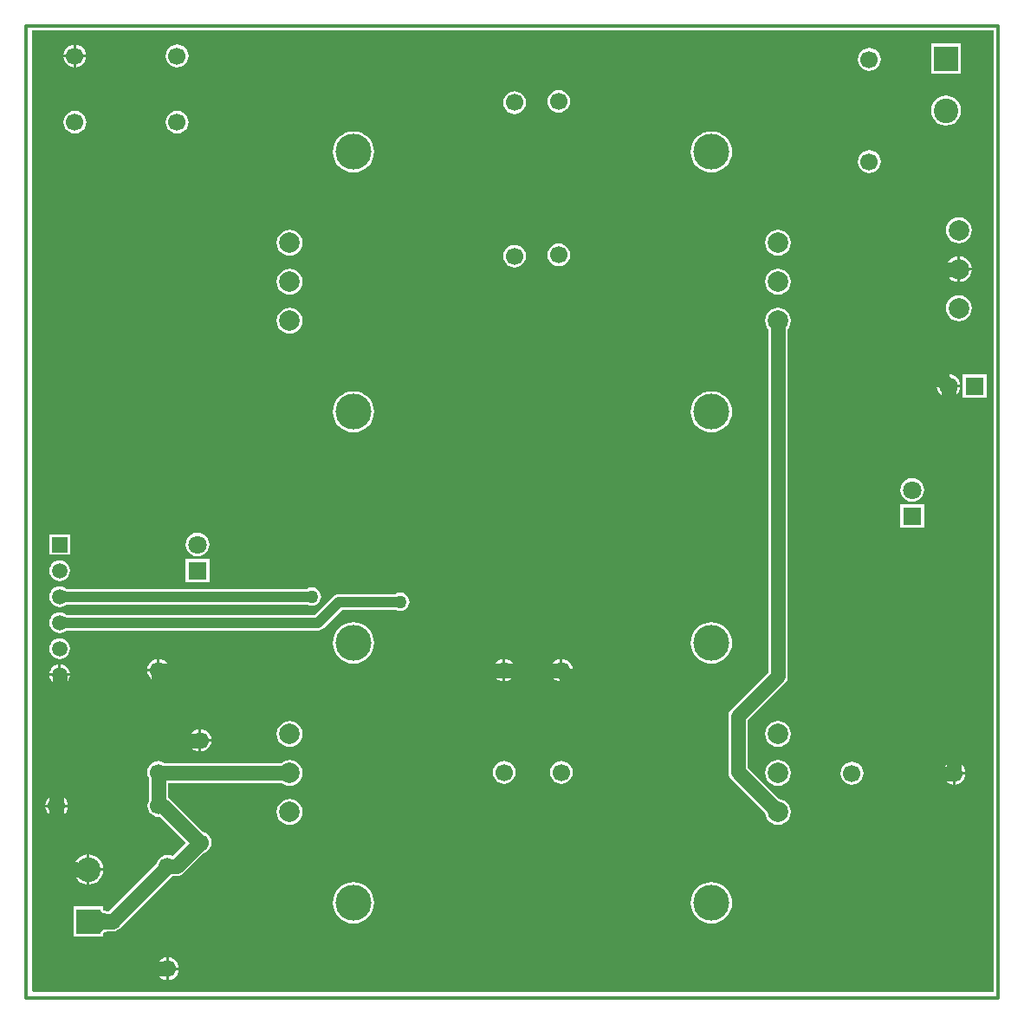
<source format=gtl>
G04 Layer_Physical_Order=1*
G04 Layer_Color=6759642*
%FSLAX44Y44*%
%MOMM*%
G71*
G01*
G75*
%ADD10C,1.4000*%
%ADD11C,1.0000*%
%ADD12C,0.3000*%
%ADD13C,2.0000*%
%ADD14C,3.5000*%
%ADD15C,1.7000*%
%ADD16C,1.8000*%
%ADD17R,1.8000X1.8000*%
%ADD18R,2.4000X2.4000*%
%ADD19C,2.4000*%
%ADD20R,1.8000X1.8000*%
%ADD21R,1.5000X1.5000*%
%ADD22C,1.5000*%
%ADD23C,1.2700*%
G36*
X946150Y6350D02*
X7620D01*
X6350Y7620D01*
Y946150D01*
X946150D01*
Y6350D01*
D02*
G37*
%LPC*%
G36*
X31750Y314960D02*
X23061D01*
X23238Y313609D01*
X24250Y311167D01*
X25859Y309069D01*
X27957Y307460D01*
X30399Y306448D01*
X31750Y306271D01*
Y314960D01*
D02*
G37*
G36*
X171450Y262898D02*
Y253200D01*
X181148D01*
X180936Y254812D01*
X179823Y257498D01*
X178054Y259804D01*
X175748Y261573D01*
X173062Y262686D01*
X171450Y262898D01*
D02*
G37*
G36*
X42979Y314960D02*
X34290D01*
Y306271D01*
X35641Y306448D01*
X38083Y307460D01*
X40181Y309069D01*
X41790Y311167D01*
X42802Y313609D01*
X42979Y314960D01*
D02*
G37*
G36*
X466090Y319240D02*
X456392D01*
X456604Y317628D01*
X457717Y314942D01*
X459486Y312636D01*
X461792Y310867D01*
X464478Y309754D01*
X466090Y309542D01*
Y319240D01*
D02*
G37*
G36*
X128270D02*
X118572D01*
X118784Y317628D01*
X119897Y314942D01*
X121666Y312636D01*
X123972Y310867D01*
X126658Y309754D01*
X128270Y309542D01*
Y319240D01*
D02*
G37*
G36*
X168910Y262898D02*
X167298Y262686D01*
X164612Y261573D01*
X162306Y259804D01*
X160537Y257498D01*
X159424Y254812D01*
X159212Y253200D01*
X168910D01*
Y262898D01*
D02*
G37*
G36*
Y250660D02*
X159212D01*
X159424Y249048D01*
X160537Y246362D01*
X162306Y244056D01*
X164612Y242287D01*
X167298Y241174D01*
X168910Y240962D01*
Y250660D01*
D02*
G37*
G36*
X257810Y232648D02*
X254536Y232217D01*
X251486Y230954D01*
X249751Y229622D01*
X135800D01*
X135108Y230153D01*
X132422Y231266D01*
X129540Y231645D01*
X126658Y231266D01*
X123972Y230153D01*
X121666Y228384D01*
X119897Y226078D01*
X118784Y223392D01*
X118405Y220510D01*
X118784Y217628D01*
X119897Y214942D01*
X119918Y214915D01*
Y192444D01*
X119254Y190842D01*
X118875Y187960D01*
X119254Y185078D01*
X120367Y182392D01*
X122136Y180086D01*
X124442Y178317D01*
X127128Y177204D01*
X130010Y176825D01*
X131483Y177019D01*
X156572Y151930D01*
X143310Y138668D01*
X141312Y139496D01*
X138430Y139875D01*
X135548Y139496D01*
X132862Y138383D01*
X130556Y136614D01*
X128787Y134308D01*
X127674Y131622D01*
X127670Y131588D01*
X80770Y84688D01*
X80663Y84695D01*
X79087Y84906D01*
X77796Y85184D01*
X76806Y85508D01*
X76127Y85840D01*
X75746Y86123D01*
X75591Y86310D01*
X75535Y86435D01*
X75500Y86705D01*
Y89470D01*
X46420D01*
Y60390D01*
X75500D01*
Y63155D01*
X75535Y63425D01*
X75591Y63550D01*
X75746Y63737D01*
X76127Y64020D01*
X76806Y64352D01*
X77796Y64676D01*
X79045Y64946D01*
X82550Y65296D01*
X83101Y65308D01*
X84620D01*
X87110Y65636D01*
X87790Y65917D01*
X89431Y66597D01*
X91424Y68126D01*
X141278Y117980D01*
X141312Y117984D01*
X143998Y119097D01*
X144025Y119118D01*
X146990D01*
X149480Y119446D01*
X150160Y119727D01*
X151801Y120407D01*
X153794Y121936D01*
X173028Y141170D01*
X173062Y141174D01*
X175748Y142287D01*
X178054Y144056D01*
X179823Y146362D01*
X180936Y149048D01*
X181315Y151930D01*
X180936Y154812D01*
X179823Y157498D01*
X178054Y159804D01*
X175748Y161573D01*
X173062Y162686D01*
X173028Y162690D01*
X140954Y194764D01*
X139162Y196139D01*
Y210378D01*
X249751D01*
X251486Y209046D01*
X254536Y207783D01*
X257810Y207352D01*
X261084Y207783D01*
X264134Y209046D01*
X266754Y211056D01*
X268764Y213676D01*
X270027Y216726D01*
X270458Y220000D01*
X270027Y223274D01*
X268764Y226324D01*
X266754Y228944D01*
X264134Y230954D01*
X261084Y232217D01*
X257810Y232648D01*
D02*
G37*
G36*
X181148Y250660D02*
X171450D01*
Y240962D01*
X173062Y241174D01*
X175748Y242287D01*
X178054Y244056D01*
X179823Y246362D01*
X180936Y249048D01*
X181148Y250660D01*
D02*
G37*
G36*
X735000Y270748D02*
X731726Y270317D01*
X728676Y269054D01*
X726056Y267044D01*
X724046Y264424D01*
X722783Y261374D01*
X722352Y258100D01*
X722783Y254826D01*
X724046Y251776D01*
X726056Y249156D01*
X728676Y247146D01*
X731726Y245883D01*
X735000Y245452D01*
X738274Y245883D01*
X741324Y247146D01*
X743944Y249156D01*
X745954Y251776D01*
X747217Y254826D01*
X747648Y258100D01*
X747217Y261374D01*
X745954Y264424D01*
X743944Y267044D01*
X741324Y269054D01*
X738274Y270317D01*
X735000Y270748D01*
D02*
G37*
G36*
X257810D02*
X254536Y270317D01*
X251486Y269054D01*
X248866Y267044D01*
X246856Y264424D01*
X245593Y261374D01*
X245162Y258100D01*
X245593Y254826D01*
X246856Y251776D01*
X248866Y249156D01*
X251486Y247146D01*
X254536Y245883D01*
X257810Y245452D01*
X261084Y245883D01*
X264134Y247146D01*
X266754Y249156D01*
X268764Y251776D01*
X270027Y254826D01*
X270458Y258100D01*
X270027Y261374D01*
X268764Y264424D01*
X266754Y267044D01*
X264134Y269054D01*
X261084Y270317D01*
X257810Y270748D01*
D02*
G37*
G36*
X521970Y319240D02*
X512272D01*
X512484Y317628D01*
X513597Y314942D01*
X515366Y312636D01*
X517672Y310867D01*
X520358Y309754D01*
X521970Y309542D01*
Y319240D01*
D02*
G37*
G36*
X128270Y331478D02*
X126658Y331266D01*
X123972Y330153D01*
X121666Y328384D01*
X119897Y326078D01*
X118784Y323392D01*
X118572Y321780D01*
X128270D01*
Y331478D01*
D02*
G37*
G36*
X521970D02*
X520358Y331266D01*
X517672Y330153D01*
X515366Y328384D01*
X513597Y326078D01*
X512484Y323392D01*
X512272Y321780D01*
X521970D01*
Y331478D01*
D02*
G37*
G36*
X468630D02*
Y321780D01*
X478328D01*
X478116Y323392D01*
X477003Y326078D01*
X475234Y328384D01*
X472928Y330153D01*
X470242Y331266D01*
X468630Y331478D01*
D02*
G37*
G36*
X130810D02*
Y321780D01*
X140508D01*
X140296Y323392D01*
X139183Y326078D01*
X137414Y328384D01*
X135108Y330153D01*
X132422Y331266D01*
X130810Y331478D01*
D02*
G37*
G36*
X524510D02*
Y321780D01*
X534208D01*
X533996Y323392D01*
X532883Y326078D01*
X531114Y328384D01*
X528808Y330153D01*
X526122Y331266D01*
X524510Y331478D01*
D02*
G37*
G36*
X466090D02*
X464478Y331266D01*
X461792Y330153D01*
X459486Y328384D01*
X457717Y326078D01*
X456604Y323392D01*
X456392Y321780D01*
X466090D01*
Y331478D01*
D02*
G37*
G36*
X478328Y319240D02*
X468630D01*
Y309542D01*
X470242Y309754D01*
X472928Y310867D01*
X475234Y312636D01*
X477003Y314942D01*
X478116Y317628D01*
X478328Y319240D01*
D02*
G37*
G36*
X140508D02*
X130810D01*
Y309542D01*
X132422Y309754D01*
X135108Y310867D01*
X137414Y312636D01*
X139183Y314942D01*
X140296Y317628D01*
X140508Y319240D01*
D02*
G37*
G36*
X534208D02*
X524510D01*
Y309542D01*
X526122Y309754D01*
X528808Y310867D01*
X531114Y312636D01*
X532883Y314942D01*
X533996Y317628D01*
X534208Y319240D01*
D02*
G37*
G36*
X34290Y326189D02*
Y317500D01*
X42979D01*
X42802Y318851D01*
X41790Y321293D01*
X40181Y323391D01*
X38083Y325000D01*
X35641Y326012D01*
X34290Y326189D01*
D02*
G37*
G36*
X31750D02*
X30399Y326012D01*
X27957Y325000D01*
X25859Y323391D01*
X24250Y321293D01*
X23238Y318851D01*
X23061Y317500D01*
X31750D01*
Y326189D01*
D02*
G37*
G36*
X908520Y230678D02*
Y220980D01*
X918218D01*
X918006Y222592D01*
X916893Y225278D01*
X915124Y227584D01*
X912818Y229353D01*
X910132Y230466D01*
X908520Y230678D01*
D02*
G37*
G36*
X75458Y124460D02*
X62230D01*
Y111232D01*
X64756Y111564D01*
X68293Y113029D01*
X71330Y115360D01*
X73661Y118397D01*
X75126Y121934D01*
X75458Y124460D01*
D02*
G37*
G36*
X59690D02*
X51010D01*
Y118730D01*
X48350Y118590D01*
X48191Y118562D01*
X48259Y118397D01*
X50590Y115360D01*
X53627Y113029D01*
X57164Y111564D01*
X59690Y111232D01*
Y124460D01*
D02*
G37*
G36*
Y140228D02*
X57164Y139896D01*
X53627Y138431D01*
X50590Y136100D01*
X48259Y133063D01*
X48191Y132898D01*
X48350Y132870D01*
X51010Y132730D01*
Y127000D01*
X59690D01*
Y140228D01*
D02*
G37*
G36*
X257810Y194548D02*
X254536Y194117D01*
X251486Y192854D01*
X248866Y190844D01*
X246856Y188224D01*
X245593Y185174D01*
X245162Y181900D01*
X245593Y178626D01*
X246856Y175576D01*
X248866Y172956D01*
X251486Y170946D01*
X254536Y169683D01*
X257810Y169252D01*
X261084Y169683D01*
X264134Y170946D01*
X266754Y172956D01*
X268764Y175576D01*
X270027Y178626D01*
X270458Y181900D01*
X270027Y185174D01*
X268764Y188224D01*
X266754Y190844D01*
X264134Y192854D01*
X261084Y194117D01*
X257810Y194548D01*
D02*
G37*
G36*
X62230Y140228D02*
Y127000D01*
X75458D01*
X75126Y129526D01*
X73661Y133063D01*
X71330Y136100D01*
X68293Y138431D01*
X64756Y139896D01*
X62230Y140228D01*
D02*
G37*
G36*
X670000Y113137D02*
X666071Y112750D01*
X662294Y111604D01*
X658812Y109743D01*
X655761Y107239D01*
X653257Y104187D01*
X651396Y100706D01*
X650250Y96929D01*
X649863Y93000D01*
X650250Y89072D01*
X651396Y85294D01*
X653257Y81812D01*
X655761Y78761D01*
X658812Y76257D01*
X662294Y74396D01*
X666071Y73250D01*
X670000Y72863D01*
X673929Y73250D01*
X677706Y74396D01*
X681188Y76257D01*
X684239Y78761D01*
X686743Y81812D01*
X688604Y85294D01*
X689750Y89072D01*
X690137Y93000D01*
X689750Y96929D01*
X688604Y100706D01*
X686743Y104187D01*
X684239Y107239D01*
X681188Y109743D01*
X677706Y111604D01*
X673929Y112750D01*
X670000Y113137D01*
D02*
G37*
G36*
X149398Y27470D02*
X139700D01*
Y17772D01*
X141312Y17984D01*
X143998Y19097D01*
X146304Y20866D01*
X148073Y23172D01*
X149186Y25858D01*
X149398Y27470D01*
D02*
G37*
G36*
X137160D02*
X127462D01*
X127674Y25858D01*
X128787Y23172D01*
X130556Y20866D01*
X132862Y19097D01*
X135548Y17984D01*
X137160Y17772D01*
Y27470D01*
D02*
G37*
G36*
Y39708D02*
X135548Y39496D01*
X132862Y38383D01*
X130556Y36614D01*
X128787Y34308D01*
X127674Y31622D01*
X127462Y30010D01*
X137160D01*
Y39708D01*
D02*
G37*
G36*
X320000Y113137D02*
X316071Y112750D01*
X312294Y111604D01*
X308813Y109743D01*
X305761Y107239D01*
X303257Y104187D01*
X301396Y100706D01*
X300250Y96929D01*
X299863Y93000D01*
X300250Y89072D01*
X301396Y85294D01*
X303257Y81812D01*
X305761Y78761D01*
X308813Y76257D01*
X312294Y74396D01*
X316071Y73250D01*
X320000Y72863D01*
X323928Y73250D01*
X327706Y74396D01*
X331188Y76257D01*
X334239Y78761D01*
X336743Y81812D01*
X338604Y85294D01*
X339750Y89072D01*
X340137Y93000D01*
X339750Y96929D01*
X338604Y100706D01*
X336743Y104187D01*
X334239Y107239D01*
X331188Y109743D01*
X327706Y111604D01*
X323928Y112750D01*
X320000Y113137D01*
D02*
G37*
G36*
X139700Y39708D02*
Y30010D01*
X149398D01*
X149186Y31622D01*
X148073Y34308D01*
X146304Y36614D01*
X143998Y38383D01*
X141312Y39496D01*
X139700Y39708D01*
D02*
G37*
G36*
X735000Y674548D02*
X731726Y674117D01*
X728676Y672854D01*
X726056Y670844D01*
X724046Y668224D01*
X722783Y665174D01*
X722352Y661900D01*
X722783Y658626D01*
X724046Y655576D01*
X725378Y653841D01*
Y318616D01*
X689156Y282394D01*
X687627Y280401D01*
X686883Y278606D01*
X686666Y278080D01*
X686338Y275590D01*
Y220940D01*
X686666Y218450D01*
X686947Y217770D01*
X687627Y216129D01*
X689156Y214136D01*
X722497Y180795D01*
X722783Y178626D01*
X724046Y175576D01*
X726056Y172956D01*
X728676Y170946D01*
X731726Y169683D01*
X735000Y169252D01*
X738274Y169683D01*
X741324Y170946D01*
X743944Y172956D01*
X745954Y175576D01*
X747217Y178626D01*
X747648Y181900D01*
X747217Y185174D01*
X745954Y188224D01*
X743944Y190844D01*
X741324Y192854D01*
X738274Y194117D01*
X736105Y194403D01*
X705582Y224926D01*
Y271604D01*
X741804Y307826D01*
X743333Y309819D01*
X743896Y311178D01*
X744294Y312140D01*
X744622Y314630D01*
Y653841D01*
X745954Y655576D01*
X747217Y658626D01*
X747648Y661900D01*
X747217Y665174D01*
X745954Y668224D01*
X743944Y670844D01*
X741324Y672854D01*
X738274Y674117D01*
X735000Y674548D01*
D02*
G37*
G36*
X918218Y218440D02*
X908520D01*
Y208742D01*
X910132Y208954D01*
X912818Y210067D01*
X915124Y211836D01*
X916893Y214142D01*
X918006Y216828D01*
X918218Y218440D01*
D02*
G37*
G36*
X905980D02*
X896282D01*
X896494Y216828D01*
X897607Y214142D01*
X899376Y211836D01*
X901682Y210067D01*
X904368Y208954D01*
X905980Y208742D01*
Y218440D01*
D02*
G37*
G36*
X467360Y231645D02*
X464478Y231266D01*
X461792Y230153D01*
X459486Y228384D01*
X457717Y226078D01*
X456604Y223392D01*
X456225Y220510D01*
X456604Y217628D01*
X457717Y214942D01*
X459486Y212636D01*
X461792Y210867D01*
X464478Y209754D01*
X467360Y209375D01*
X470242Y209754D01*
X472928Y210867D01*
X475234Y212636D01*
X477003Y214942D01*
X478116Y217628D01*
X478495Y220510D01*
X478116Y223392D01*
X477003Y226078D01*
X475234Y228384D01*
X472928Y230153D01*
X470242Y231266D01*
X467360Y231645D01*
D02*
G37*
G36*
X905980Y230678D02*
X904368Y230466D01*
X901682Y229353D01*
X899376Y227584D01*
X897607Y225278D01*
X896494Y222592D01*
X896282Y220980D01*
X905980D01*
Y230678D01*
D02*
G37*
G36*
X523240Y231645D02*
X520358Y231266D01*
X517672Y230153D01*
X515366Y228384D01*
X513597Y226078D01*
X512484Y223392D01*
X512105Y220510D01*
X512484Y217628D01*
X513597Y214942D01*
X515366Y212636D01*
X517672Y210867D01*
X520358Y209754D01*
X523240Y209375D01*
X526122Y209754D01*
X528808Y210867D01*
X531114Y212636D01*
X532883Y214942D01*
X533996Y217628D01*
X534375Y220510D01*
X533996Y223392D01*
X532883Y226078D01*
X531114Y228384D01*
X528808Y230153D01*
X526122Y231266D01*
X523240Y231645D01*
D02*
G37*
G36*
X807250Y230845D02*
X804368Y230466D01*
X801682Y229353D01*
X799376Y227584D01*
X797607Y225278D01*
X796494Y222592D01*
X796115Y219710D01*
X796494Y216828D01*
X797607Y214142D01*
X799376Y211836D01*
X801682Y210067D01*
X804368Y208954D01*
X807250Y208575D01*
X810132Y208954D01*
X812818Y210067D01*
X815124Y211836D01*
X816893Y214142D01*
X818006Y216828D01*
X818385Y219710D01*
X818006Y222592D01*
X816893Y225278D01*
X815124Y227584D01*
X812818Y229353D01*
X810132Y230466D01*
X807250Y230845D01*
D02*
G37*
G36*
X40978Y186690D02*
X31280D01*
Y176992D01*
X32892Y177204D01*
X35578Y178317D01*
X37884Y180086D01*
X39653Y182392D01*
X40766Y185078D01*
X40978Y186690D01*
D02*
G37*
G36*
X28740D02*
X19042D01*
X19254Y185078D01*
X20367Y182392D01*
X22136Y180086D01*
X24442Y178317D01*
X27128Y177204D01*
X28740Y176992D01*
Y186690D01*
D02*
G37*
G36*
Y198928D02*
X27128Y198716D01*
X24442Y197603D01*
X22136Y195834D01*
X20367Y193528D01*
X19254Y190842D01*
X19042Y189230D01*
X28740D01*
Y198928D01*
D02*
G37*
G36*
X735000Y232648D02*
X731726Y232217D01*
X728676Y230954D01*
X726056Y228944D01*
X724046Y226324D01*
X722783Y223274D01*
X722352Y220000D01*
X722783Y216726D01*
X724046Y213676D01*
X726056Y211056D01*
X728676Y209046D01*
X731726Y207783D01*
X735000Y207352D01*
X738274Y207783D01*
X741324Y209046D01*
X743944Y211056D01*
X745954Y213676D01*
X747217Y216726D01*
X747648Y220000D01*
X747217Y223274D01*
X745954Y226324D01*
X743944Y228944D01*
X741324Y230954D01*
X738274Y232217D01*
X735000Y232648D01*
D02*
G37*
G36*
X31280Y198928D02*
Y189230D01*
X40978D01*
X40766Y190842D01*
X39653Y193528D01*
X37884Y195834D01*
X35578Y197603D01*
X32892Y198716D01*
X31280Y198928D01*
D02*
G37*
G36*
X320000Y367137D02*
X316071Y366750D01*
X312294Y365604D01*
X308813Y363743D01*
X305761Y361239D01*
X303257Y358187D01*
X301396Y354706D01*
X300250Y350928D01*
X299863Y347000D01*
X300250Y343072D01*
X301396Y339294D01*
X303257Y335812D01*
X305761Y332761D01*
X308813Y330257D01*
X312294Y328396D01*
X316071Y327250D01*
X320000Y326863D01*
X323928Y327250D01*
X327706Y328396D01*
X331188Y330257D01*
X334239Y332761D01*
X336743Y335812D01*
X338604Y339294D01*
X339750Y343072D01*
X340137Y347000D01*
X339750Y350928D01*
X338604Y354706D01*
X336743Y358187D01*
X334239Y361239D01*
X331188Y363743D01*
X327706Y365604D01*
X323928Y366750D01*
X320000Y367137D01*
D02*
G37*
G36*
X520700Y737505D02*
X517818Y737126D01*
X515132Y736013D01*
X512826Y734244D01*
X511057Y731938D01*
X509944Y729252D01*
X509565Y726370D01*
X509944Y723488D01*
X511057Y720802D01*
X512826Y718496D01*
X515132Y716727D01*
X517818Y715614D01*
X520700Y715235D01*
X523582Y715614D01*
X526268Y716727D01*
X528574Y718496D01*
X530343Y720802D01*
X531456Y723488D01*
X531835Y726370D01*
X531456Y729252D01*
X530343Y731938D01*
X528574Y734244D01*
X526268Y736013D01*
X523582Y737126D01*
X520700Y737505D01*
D02*
G37*
G36*
X477520Y736235D02*
X474638Y735856D01*
X471952Y734743D01*
X469646Y732974D01*
X467877Y730668D01*
X466764Y727982D01*
X466385Y725100D01*
X466764Y722218D01*
X467877Y719532D01*
X469646Y717226D01*
X471952Y715457D01*
X474638Y714344D01*
X477520Y713965D01*
X480402Y714344D01*
X483088Y715457D01*
X485394Y717226D01*
X487163Y719532D01*
X488276Y722218D01*
X488655Y725100D01*
X488276Y727982D01*
X487163Y730668D01*
X485394Y732974D01*
X483088Y734743D01*
X480402Y735856D01*
X477520Y736235D01*
D02*
G37*
G36*
X257810Y750748D02*
X254536Y750317D01*
X251486Y749054D01*
X248866Y747044D01*
X246856Y744424D01*
X245593Y741374D01*
X245162Y738100D01*
X245593Y734826D01*
X246856Y731776D01*
X248866Y729156D01*
X251486Y727146D01*
X254536Y725883D01*
X257810Y725452D01*
X261084Y725883D01*
X264134Y727146D01*
X266754Y729156D01*
X268764Y731776D01*
X270027Y734826D01*
X270458Y738100D01*
X270027Y741374D01*
X268764Y744424D01*
X266754Y747044D01*
X264134Y749054D01*
X261084Y750317D01*
X257810Y750748D01*
D02*
G37*
G36*
X911860Y763218D02*
X908586Y762787D01*
X905536Y761524D01*
X902916Y759514D01*
X900906Y756894D01*
X899643Y753844D01*
X899212Y750570D01*
X899643Y747296D01*
X900906Y744246D01*
X902916Y741626D01*
X905536Y739616D01*
X908586Y738353D01*
X911860Y737922D01*
X915134Y738353D01*
X918184Y739616D01*
X920804Y741626D01*
X922814Y744246D01*
X924077Y747296D01*
X924508Y750570D01*
X924077Y753844D01*
X922814Y756894D01*
X920804Y759514D01*
X918184Y761524D01*
X915134Y762787D01*
X911860Y763218D01*
D02*
G37*
G36*
X735000Y750748D02*
X731726Y750317D01*
X728676Y749054D01*
X726056Y747044D01*
X724046Y744424D01*
X722783Y741374D01*
X722352Y738100D01*
X722783Y734826D01*
X724046Y731776D01*
X726056Y729156D01*
X728676Y727146D01*
X731726Y725883D01*
X735000Y725452D01*
X738274Y725883D01*
X741324Y727146D01*
X743944Y729156D01*
X745954Y731776D01*
X747217Y734826D01*
X747648Y738100D01*
X747217Y741374D01*
X745954Y744424D01*
X743944Y747044D01*
X741324Y749054D01*
X738274Y750317D01*
X735000Y750748D01*
D02*
G37*
G36*
X913130Y724951D02*
Y713740D01*
X924341D01*
X924077Y715744D01*
X922814Y718794D01*
X920804Y721414D01*
X918184Y723424D01*
X915134Y724687D01*
X913130Y724951D01*
D02*
G37*
G36*
X910590Y711200D02*
X899379D01*
X899643Y709196D01*
X900906Y706146D01*
X902916Y703526D01*
X905536Y701516D01*
X908586Y700253D01*
X910590Y699989D01*
Y711200D01*
D02*
G37*
G36*
X735000Y712648D02*
X731726Y712217D01*
X728676Y710954D01*
X726056Y708944D01*
X724046Y706324D01*
X722783Y703274D01*
X722352Y700000D01*
X722783Y696726D01*
X724046Y693676D01*
X726056Y691056D01*
X728676Y689046D01*
X731726Y687783D01*
X735000Y687352D01*
X738274Y687783D01*
X741324Y689046D01*
X743944Y691056D01*
X745954Y693676D01*
X747217Y696726D01*
X747648Y700000D01*
X747217Y703274D01*
X745954Y706324D01*
X743944Y708944D01*
X741324Y710954D01*
X738274Y712217D01*
X735000Y712648D01*
D02*
G37*
G36*
X46520Y919480D02*
X36822D01*
X37034Y917868D01*
X38147Y915182D01*
X39916Y912876D01*
X42222Y911107D01*
X44908Y909994D01*
X46520Y909782D01*
Y919480D01*
D02*
G37*
G36*
X910590Y724951D02*
X908586Y724687D01*
X905536Y723424D01*
X902916Y721414D01*
X900906Y718794D01*
X899643Y715744D01*
X899379Y713740D01*
X910590D01*
Y724951D01*
D02*
G37*
G36*
X924341Y711200D02*
X913130D01*
Y699989D01*
X915134Y700253D01*
X918184Y701516D01*
X920804Y703526D01*
X922814Y706146D01*
X924077Y709196D01*
X924341Y711200D01*
D02*
G37*
G36*
X477520Y886235D02*
X474638Y885856D01*
X471952Y884743D01*
X469646Y882974D01*
X467877Y880668D01*
X466764Y877982D01*
X466385Y875100D01*
X466764Y872218D01*
X467877Y869532D01*
X469646Y867226D01*
X471952Y865457D01*
X474638Y864344D01*
X477520Y863965D01*
X480402Y864344D01*
X483088Y865457D01*
X485394Y867226D01*
X487163Y869532D01*
X488276Y872218D01*
X488655Y875100D01*
X488276Y877982D01*
X487163Y880668D01*
X485394Y882974D01*
X483088Y884743D01*
X480402Y885856D01*
X477520Y886235D01*
D02*
G37*
G36*
X899160Y882076D02*
X895364Y881576D01*
X891827Y880111D01*
X888790Y877780D01*
X886459Y874743D01*
X884994Y871206D01*
X884494Y867410D01*
X884994Y863614D01*
X886459Y860077D01*
X888790Y857040D01*
X891827Y854709D01*
X895364Y853244D01*
X899160Y852745D01*
X902956Y853244D01*
X906493Y854709D01*
X909530Y857040D01*
X911861Y860077D01*
X913326Y863614D01*
X913826Y867410D01*
X913326Y871206D01*
X911861Y874743D01*
X909530Y877780D01*
X906493Y880111D01*
X902956Y881576D01*
X899160Y882076D01*
D02*
G37*
G36*
X520700Y887505D02*
X517818Y887126D01*
X515132Y886013D01*
X512826Y884244D01*
X511057Y881938D01*
X509944Y879252D01*
X509565Y876370D01*
X509944Y873488D01*
X511057Y870802D01*
X512826Y868496D01*
X515132Y866727D01*
X517818Y865614D01*
X520700Y865235D01*
X523582Y865614D01*
X526268Y866727D01*
X528574Y868496D01*
X530343Y870802D01*
X531456Y873488D01*
X531835Y876370D01*
X531456Y879252D01*
X530343Y881938D01*
X528574Y884244D01*
X526268Y886013D01*
X523582Y887126D01*
X520700Y887505D01*
D02*
G37*
G36*
X824230Y928545D02*
X821348Y928166D01*
X818662Y927053D01*
X816356Y925284D01*
X814587Y922978D01*
X813474Y920292D01*
X813095Y917410D01*
X813474Y914528D01*
X814587Y911842D01*
X816356Y909536D01*
X818662Y907767D01*
X821348Y906654D01*
X824230Y906275D01*
X827112Y906654D01*
X829798Y907767D01*
X832104Y909536D01*
X833873Y911842D01*
X834986Y914528D01*
X835365Y917410D01*
X834986Y920292D01*
X833873Y922978D01*
X832104Y925284D01*
X829798Y927053D01*
X827112Y928166D01*
X824230Y928545D01*
D02*
G37*
G36*
X913700Y932750D02*
X884620D01*
Y903670D01*
X913700D01*
Y932750D01*
D02*
G37*
G36*
X147790Y867115D02*
X144908Y866736D01*
X142222Y865623D01*
X139916Y863854D01*
X138147Y861548D01*
X137034Y858862D01*
X136655Y855980D01*
X137034Y853098D01*
X138147Y850412D01*
X139916Y848106D01*
X142222Y846337D01*
X144908Y845224D01*
X147790Y844845D01*
X150672Y845224D01*
X153358Y846337D01*
X155664Y848106D01*
X157433Y850412D01*
X158546Y853098D01*
X158925Y855980D01*
X158546Y858862D01*
X157433Y861548D01*
X155664Y863854D01*
X153358Y865623D01*
X150672Y866736D01*
X147790Y867115D01*
D02*
G37*
G36*
X824230Y828545D02*
X821348Y828166D01*
X818662Y827053D01*
X816356Y825284D01*
X814587Y822978D01*
X813474Y820292D01*
X813095Y817410D01*
X813474Y814528D01*
X814587Y811842D01*
X816356Y809536D01*
X818662Y807767D01*
X821348Y806654D01*
X824230Y806275D01*
X827112Y806654D01*
X829798Y807767D01*
X832104Y809536D01*
X833873Y811842D01*
X834986Y814528D01*
X835365Y817410D01*
X834986Y820292D01*
X833873Y822978D01*
X832104Y825284D01*
X829798Y827053D01*
X827112Y828166D01*
X824230Y828545D01*
D02*
G37*
G36*
X147790Y931885D02*
X144908Y931506D01*
X142222Y930393D01*
X139916Y928624D01*
X138147Y926318D01*
X137034Y923632D01*
X136655Y920750D01*
X137034Y917868D01*
X138147Y915182D01*
X139916Y912876D01*
X142222Y911107D01*
X144908Y909994D01*
X147790Y909615D01*
X150672Y909994D01*
X153358Y911107D01*
X155664Y912876D01*
X157433Y915182D01*
X158546Y917868D01*
X158925Y920750D01*
X158546Y923632D01*
X157433Y926318D01*
X155664Y928624D01*
X153358Y930393D01*
X150672Y931506D01*
X147790Y931885D01*
D02*
G37*
G36*
X320000Y847137D02*
X316071Y846750D01*
X312294Y845604D01*
X308813Y843743D01*
X305761Y841239D01*
X303257Y838187D01*
X301396Y834706D01*
X300250Y830928D01*
X299863Y827000D01*
X300250Y823072D01*
X301396Y819294D01*
X303257Y815813D01*
X305761Y812761D01*
X308813Y810257D01*
X312294Y808396D01*
X316071Y807250D01*
X320000Y806863D01*
X323928Y807250D01*
X327706Y808396D01*
X331188Y810257D01*
X334239Y812761D01*
X336743Y815813D01*
X338604Y819294D01*
X339750Y823072D01*
X340137Y827000D01*
X339750Y830928D01*
X338604Y834706D01*
X336743Y838187D01*
X334239Y841239D01*
X331188Y843743D01*
X327706Y845604D01*
X323928Y846750D01*
X320000Y847137D01*
D02*
G37*
G36*
X47790Y867115D02*
X44908Y866736D01*
X42222Y865623D01*
X39916Y863854D01*
X38147Y861548D01*
X37034Y858862D01*
X36655Y855980D01*
X37034Y853098D01*
X38147Y850412D01*
X39916Y848106D01*
X42222Y846337D01*
X44908Y845224D01*
X47790Y844845D01*
X50672Y845224D01*
X53358Y846337D01*
X55664Y848106D01*
X57433Y850412D01*
X58546Y853098D01*
X58925Y855980D01*
X58546Y858862D01*
X57433Y861548D01*
X55664Y863854D01*
X53358Y865623D01*
X50672Y866736D01*
X47790Y867115D01*
D02*
G37*
G36*
X670000Y847137D02*
X666071Y846750D01*
X662294Y845604D01*
X658812Y843743D01*
X655761Y841239D01*
X653257Y838187D01*
X651396Y834706D01*
X650250Y830928D01*
X649863Y827000D01*
X650250Y823072D01*
X651396Y819294D01*
X653257Y815813D01*
X655761Y812761D01*
X658812Y810257D01*
X662294Y808396D01*
X666071Y807250D01*
X670000Y806863D01*
X673929Y807250D01*
X677706Y808396D01*
X681188Y810257D01*
X684239Y812761D01*
X686743Y815813D01*
X688604Y819294D01*
X689750Y823072D01*
X690137Y827000D01*
X689750Y830928D01*
X688604Y834706D01*
X686743Y838187D01*
X684239Y841239D01*
X681188Y843743D01*
X677706Y845604D01*
X673929Y846750D01*
X670000Y847137D01*
D02*
G37*
G36*
X257810Y712648D02*
X254536Y712217D01*
X251486Y710954D01*
X248866Y708944D01*
X246856Y706324D01*
X245593Y703274D01*
X245162Y700000D01*
X245593Y696726D01*
X246856Y693676D01*
X248866Y691056D01*
X251486Y689046D01*
X254536Y687783D01*
X257810Y687352D01*
X261084Y687783D01*
X264134Y689046D01*
X266754Y691056D01*
X268764Y693676D01*
X270027Y696726D01*
X270458Y700000D01*
X270027Y703274D01*
X268764Y706324D01*
X266754Y708944D01*
X264134Y710954D01*
X261084Y712217D01*
X257810Y712648D01*
D02*
G37*
G36*
X33020Y427957D02*
X30399Y427612D01*
X27957Y426600D01*
X25859Y424991D01*
X24250Y422893D01*
X23238Y420451D01*
X22893Y417830D01*
X23238Y415209D01*
X24250Y412767D01*
X25859Y410669D01*
X27957Y409060D01*
X30399Y408048D01*
X33020Y407703D01*
X35641Y408048D01*
X38083Y409060D01*
X40181Y410669D01*
X41790Y412767D01*
X42802Y415209D01*
X43147Y417830D01*
X42802Y420451D01*
X41790Y422893D01*
X40181Y424991D01*
X38083Y426600D01*
X35641Y427612D01*
X33020Y427957D01*
D02*
G37*
G36*
X179180Y429370D02*
X156100D01*
Y406290D01*
X179180D01*
Y429370D01*
D02*
G37*
G36*
X167640Y454869D02*
X164627Y454473D01*
X161820Y453310D01*
X159410Y451460D01*
X157560Y449050D01*
X156397Y446242D01*
X156000Y443230D01*
X156397Y440218D01*
X157560Y437410D01*
X159410Y435000D01*
X161820Y433150D01*
X164627Y431987D01*
X167640Y431590D01*
X170653Y431987D01*
X173460Y433150D01*
X175870Y435000D01*
X177720Y437410D01*
X178883Y440218D01*
X179280Y443230D01*
X178883Y446242D01*
X177720Y449050D01*
X175870Y451460D01*
X173460Y453310D01*
X170653Y454473D01*
X167640Y454869D01*
D02*
G37*
G36*
X877680Y482710D02*
X854600D01*
Y459630D01*
X877680D01*
Y482710D01*
D02*
G37*
G36*
X43060Y453270D02*
X22980D01*
Y433190D01*
X43060D01*
Y453270D01*
D02*
G37*
G36*
X46520Y931718D02*
X44908Y931506D01*
X42222Y930393D01*
X39916Y928624D01*
X38147Y926318D01*
X37034Y923632D01*
X36822Y922020D01*
X46520D01*
Y931718D01*
D02*
G37*
G36*
X33020Y351757D02*
X30399Y351412D01*
X27957Y350400D01*
X25859Y348791D01*
X24250Y346693D01*
X23238Y344251D01*
X22893Y341630D01*
X23238Y339009D01*
X24250Y336567D01*
X25859Y334469D01*
X27957Y332860D01*
X30399Y331848D01*
X33020Y331503D01*
X35641Y331848D01*
X38083Y332860D01*
X40181Y334469D01*
X41790Y336567D01*
X42802Y339009D01*
X43147Y341630D01*
X42802Y344251D01*
X41790Y346693D01*
X40181Y348791D01*
X38083Y350400D01*
X35641Y351412D01*
X33020Y351757D01*
D02*
G37*
G36*
X670000Y367137D02*
X666071Y366750D01*
X662294Y365604D01*
X658812Y363743D01*
X655761Y361239D01*
X653257Y358187D01*
X651396Y354706D01*
X650250Y350928D01*
X649863Y347000D01*
X650250Y343072D01*
X651396Y339294D01*
X653257Y335812D01*
X655761Y332761D01*
X658812Y330257D01*
X662294Y328396D01*
X666071Y327250D01*
X670000Y326863D01*
X673929Y327250D01*
X677706Y328396D01*
X681188Y330257D01*
X684239Y332761D01*
X686743Y335812D01*
X688604Y339294D01*
X689750Y343072D01*
X690137Y347000D01*
X689750Y350928D01*
X688604Y354706D01*
X686743Y358187D01*
X684239Y361239D01*
X681188Y363743D01*
X677706Y365604D01*
X673929Y366750D01*
X670000Y367137D01*
D02*
G37*
G36*
X49060Y931718D02*
Y922020D01*
X58758D01*
X58546Y923632D01*
X57433Y926318D01*
X55664Y928624D01*
X53358Y930393D01*
X50672Y931506D01*
X49060Y931718D01*
D02*
G37*
G36*
X33020Y402557D02*
X30399Y402212D01*
X27957Y401200D01*
X25859Y399591D01*
X24250Y397493D01*
X23238Y395051D01*
X22893Y392430D01*
X23238Y389809D01*
X24250Y387367D01*
X25859Y385269D01*
X27957Y383660D01*
X30399Y382648D01*
X33020Y382303D01*
X35641Y382648D01*
X38083Y383660D01*
X39358Y384638D01*
X42888Y384825D01*
X274708D01*
X274917Y384665D01*
X277079Y383769D01*
X279400Y383463D01*
X281721Y383769D01*
X283883Y384665D01*
X285740Y386090D01*
X287165Y387947D01*
X288061Y390109D01*
X288367Y392430D01*
X288061Y394751D01*
X287165Y396913D01*
X285740Y398770D01*
X283883Y400195D01*
X281721Y401091D01*
X279400Y401397D01*
X277079Y401091D01*
X274917Y400195D01*
X274708Y400035D01*
X41736D01*
X39812Y400080D01*
X39513Y400103D01*
X38083Y401200D01*
X35641Y402212D01*
X33020Y402557D01*
D02*
G37*
G36*
X365760Y396317D02*
X363439Y396011D01*
X361277Y395115D01*
X361068Y394955D01*
X306070D01*
X304102Y394696D01*
X303564Y394473D01*
X302267Y393936D01*
X300692Y392728D01*
X282600Y374635D01*
X41736D01*
X39812Y374680D01*
X39513Y374703D01*
X38083Y375800D01*
X35641Y376812D01*
X33020Y377157D01*
X30399Y376812D01*
X27957Y375800D01*
X25859Y374191D01*
X24250Y372093D01*
X23238Y369651D01*
X22893Y367030D01*
X23238Y364409D01*
X24250Y361967D01*
X25859Y359869D01*
X27957Y358260D01*
X30399Y357248D01*
X33020Y356903D01*
X35641Y357248D01*
X38083Y358260D01*
X39358Y359239D01*
X42888Y359425D01*
X285750D01*
X287718Y359684D01*
X288256Y359907D01*
X289552Y360444D01*
X291128Y361652D01*
X309220Y379745D01*
X361068D01*
X361277Y379585D01*
X363439Y378689D01*
X365760Y378383D01*
X368081Y378689D01*
X370243Y379585D01*
X372100Y381010D01*
X373525Y382867D01*
X374421Y385029D01*
X374727Y387350D01*
X374421Y389671D01*
X373525Y391833D01*
X372100Y393690D01*
X370243Y395115D01*
X368081Y396011D01*
X365760Y396317D01*
D02*
G37*
G36*
X902970Y609642D02*
Y599440D01*
X913172D01*
X912943Y601183D01*
X911780Y603990D01*
X909930Y606400D01*
X907520Y608250D01*
X904713Y609413D01*
X902970Y609642D01*
D02*
G37*
G36*
X900430D02*
X898688Y609413D01*
X895880Y608250D01*
X893470Y606400D01*
X891620Y603990D01*
X890457Y601183D01*
X890228Y599440D01*
X900430D01*
Y609642D01*
D02*
G37*
G36*
X58758Y919480D02*
X49060D01*
Y909782D01*
X50672Y909994D01*
X53358Y911107D01*
X55664Y912876D01*
X57433Y915182D01*
X58546Y917868D01*
X58758Y919480D01*
D02*
G37*
G36*
X911860Y687018D02*
X908586Y686587D01*
X905536Y685324D01*
X902916Y683314D01*
X900906Y680694D01*
X899643Y677644D01*
X899212Y674370D01*
X899643Y671096D01*
X900906Y668046D01*
X902916Y665426D01*
X905536Y663416D01*
X908586Y662153D01*
X911860Y661722D01*
X915134Y662153D01*
X918184Y663416D01*
X920804Y665426D01*
X922814Y668046D01*
X924077Y671096D01*
X924508Y674370D01*
X924077Y677644D01*
X922814Y680694D01*
X920804Y683314D01*
X918184Y685324D01*
X915134Y686587D01*
X911860Y687018D01*
D02*
G37*
G36*
X257810Y674548D02*
X254536Y674117D01*
X251486Y672854D01*
X248866Y670844D01*
X246856Y668224D01*
X245593Y665174D01*
X245162Y661900D01*
X245593Y658626D01*
X246856Y655576D01*
X248866Y652956D01*
X251486Y650946D01*
X254536Y649683D01*
X257810Y649252D01*
X261084Y649683D01*
X264134Y650946D01*
X266754Y652956D01*
X268764Y655576D01*
X270027Y658626D01*
X270458Y661900D01*
X270027Y665174D01*
X268764Y668224D01*
X266754Y670844D01*
X264134Y672854D01*
X261084Y674117D01*
X257810Y674548D01*
D02*
G37*
G36*
X913172Y596900D02*
X902970D01*
Y586698D01*
X904713Y586927D01*
X907520Y588090D01*
X909930Y589940D01*
X911780Y592350D01*
X912943Y595158D01*
X913172Y596900D01*
D02*
G37*
G36*
X320000Y593137D02*
X316071Y592750D01*
X312294Y591604D01*
X308813Y589743D01*
X305761Y587239D01*
X303257Y584188D01*
X301396Y580706D01*
X300250Y576928D01*
X299863Y573000D01*
X300250Y569072D01*
X301396Y565294D01*
X303257Y561813D01*
X305761Y558761D01*
X308813Y556257D01*
X312294Y554396D01*
X316071Y553250D01*
X320000Y552863D01*
X323928Y553250D01*
X327706Y554396D01*
X331188Y556257D01*
X334239Y558761D01*
X336743Y561813D01*
X338604Y565294D01*
X339750Y569072D01*
X340137Y573000D01*
X339750Y576928D01*
X338604Y580706D01*
X336743Y584188D01*
X334239Y587239D01*
X331188Y589743D01*
X327706Y591604D01*
X323928Y592750D01*
X320000Y593137D01*
D02*
G37*
G36*
X866140Y508209D02*
X863128Y507813D01*
X860320Y506650D01*
X857910Y504800D01*
X856060Y502390D01*
X854897Y499582D01*
X854501Y496570D01*
X854897Y493558D01*
X856060Y490750D01*
X857910Y488340D01*
X860320Y486490D01*
X863128Y485327D01*
X866140Y484930D01*
X869153Y485327D01*
X871960Y486490D01*
X874370Y488340D01*
X876220Y490750D01*
X877383Y493558D01*
X877779Y496570D01*
X877383Y499582D01*
X876220Y502390D01*
X874370Y504800D01*
X871960Y506650D01*
X869153Y507813D01*
X866140Y508209D01*
D02*
G37*
G36*
X670000Y593137D02*
X666071Y592750D01*
X662294Y591604D01*
X658812Y589743D01*
X655761Y587239D01*
X653257Y584188D01*
X651396Y580706D01*
X650250Y576928D01*
X649863Y573000D01*
X650250Y569072D01*
X651396Y565294D01*
X653257Y561813D01*
X655761Y558761D01*
X658812Y556257D01*
X662294Y554396D01*
X666071Y553250D01*
X670000Y552863D01*
X673929Y553250D01*
X677706Y554396D01*
X681188Y556257D01*
X684239Y558761D01*
X686743Y561813D01*
X688604Y565294D01*
X689750Y569072D01*
X690137Y573000D01*
X689750Y576928D01*
X688604Y580706D01*
X686743Y584188D01*
X684239Y587239D01*
X681188Y589743D01*
X677706Y591604D01*
X673929Y592750D01*
X670000Y593137D01*
D02*
G37*
G36*
X900430Y596900D02*
X890228D01*
X890457Y595158D01*
X891620Y592350D01*
X893470Y589940D01*
X895880Y588090D01*
X898688Y586927D01*
X900430Y586698D01*
Y596900D01*
D02*
G37*
G36*
X938640Y609710D02*
X915560D01*
Y586630D01*
X938640D01*
Y609710D01*
D02*
G37*
%LPD*%
G36*
X73016Y85729D02*
X73368Y84932D01*
X73954Y84228D01*
X74774Y83619D01*
X75829Y83103D01*
X77119Y82681D01*
X78642Y82352D01*
X80400Y82118D01*
X82393Y81977D01*
X84620Y81930D01*
Y67930D01*
X82393Y67883D01*
X78642Y67508D01*
X77119Y67179D01*
X75829Y66757D01*
X74774Y66241D01*
X73954Y65632D01*
X73368Y64928D01*
X73016Y64131D01*
X72899Y63239D01*
Y86621D01*
X73016Y85729D01*
D02*
G37*
G36*
X250669Y213000D02*
X244669D01*
Y227000D01*
X250669D01*
Y213000D01*
D02*
G37*
G36*
X742000Y648758D02*
X728000D01*
X728000Y654759D01*
X742000D01*
X742000Y648758D01*
D02*
G37*
G36*
X734900Y191900D02*
X725001Y182000D01*
X720758Y186243D01*
X730657Y196142D01*
X734900Y191900D01*
D02*
G37*
G36*
X38468Y397632D02*
X38644Y397590D01*
X38905Y397552D01*
X39682Y397492D01*
X42255Y397433D01*
X43110Y397430D01*
Y387430D01*
X38376Y387180D01*
Y397680D01*
X38468Y397632D01*
D02*
G37*
G36*
Y372233D02*
X38644Y372190D01*
X38905Y372152D01*
X39682Y372093D01*
X42255Y372033D01*
X43110Y372030D01*
Y362030D01*
X38376Y361780D01*
Y372280D01*
X38468Y372233D01*
D02*
G37*
D10*
X695960Y220940D02*
X735000Y181900D01*
X30010Y125730D02*
Y187960D01*
Y48730D02*
Y125730D01*
X60960D01*
X129540Y188430D02*
Y220000D01*
Y220510D01*
Y220000D02*
X257810D01*
X130010Y187960D02*
X134150D01*
X170180Y151930D01*
X146990Y128740D02*
X170180Y151930D01*
X138430Y128740D02*
X146990D01*
X84620Y74930D02*
X138430Y128740D01*
X60960Y74930D02*
X84620D01*
X50000Y28740D02*
X138430D01*
X30010Y48730D02*
X50000Y28740D01*
X30010Y187960D02*
Y221780D01*
X60160Y251930D01*
X129540D02*
Y320510D01*
X60160Y251930D02*
X129540D01*
X170180D01*
X129540Y320510D02*
X467360D01*
X523240D01*
X847090Y219710D02*
X907250D01*
X786130Y158750D02*
X847090Y219710D01*
X685000Y158750D02*
X786130D01*
X523240Y320510D02*
X685000Y158750D01*
X735000Y314630D02*
Y661900D01*
X695960Y275590D02*
X735000Y314630D01*
X695960Y220940D02*
Y275590D01*
X907250Y219710D02*
Y540550D01*
X901700Y546100D02*
X907250Y540550D01*
X901700Y546100D02*
Y598170D01*
X897890Y712470D02*
X911860D01*
X883920Y698500D02*
X897890Y712470D01*
X883920Y615950D02*
Y698500D01*
Y615950D02*
X901700Y598170D01*
X33020Y279070D02*
Y316230D01*
Y279070D02*
X60160Y251930D01*
D11*
X33020Y392430D02*
X279400D01*
X33020Y367030D02*
X285750D01*
X306070Y387350D01*
X365760D01*
D12*
X0Y950000D02*
X950000D01*
Y0D02*
Y950000D01*
X0Y0D02*
X950000D01*
X0D02*
Y950000D01*
D13*
X911860Y674370D02*
D03*
Y712470D02*
D03*
Y750570D02*
D03*
X735000Y181900D02*
D03*
Y220000D02*
D03*
Y258100D02*
D03*
Y661900D02*
D03*
Y700000D02*
D03*
Y738100D02*
D03*
X257810Y258100D02*
D03*
Y220000D02*
D03*
Y181900D02*
D03*
Y738100D02*
D03*
Y700000D02*
D03*
Y661900D02*
D03*
D14*
X670000Y347000D02*
D03*
Y93000D02*
D03*
Y827000D02*
D03*
Y573000D02*
D03*
X320000Y827000D02*
D03*
Y573000D02*
D03*
Y347000D02*
D03*
Y93000D02*
D03*
D15*
X523240Y320510D02*
D03*
Y220510D02*
D03*
X907250Y219710D02*
D03*
X807250D02*
D03*
X129540Y320510D02*
D03*
Y220510D02*
D03*
X170180Y251930D02*
D03*
Y151930D02*
D03*
X520700Y726370D02*
D03*
Y876370D02*
D03*
X477520Y725100D02*
D03*
Y875100D02*
D03*
X138430Y28740D02*
D03*
Y128740D02*
D03*
X467360Y320510D02*
D03*
Y220510D02*
D03*
X30010Y187960D02*
D03*
X130010D02*
D03*
X824230Y917410D02*
D03*
Y817410D02*
D03*
X47790Y920750D02*
D03*
X147790D02*
D03*
Y855980D02*
D03*
X47790D02*
D03*
D16*
X167640Y443230D02*
D03*
X866140Y496570D02*
D03*
X901700Y598170D02*
D03*
D17*
X167640Y417830D02*
D03*
X866140Y471170D02*
D03*
D18*
X60960Y74930D02*
D03*
X899160Y918210D02*
D03*
D19*
X60960Y125730D02*
D03*
X899160Y867410D02*
D03*
D20*
X927100Y598170D02*
D03*
D21*
X33020Y443230D02*
D03*
D22*
Y417830D02*
D03*
Y392430D02*
D03*
Y367030D02*
D03*
Y341630D02*
D03*
Y316230D02*
D03*
D23*
X279400Y392430D02*
D03*
X365760Y387350D02*
D03*
M02*

</source>
